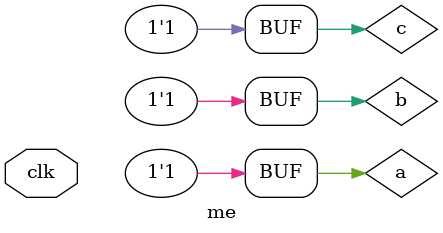
<source format=v>
module me(clk);
input clk;
reg a,b,c;
initial begin
    a=1'b0;
    b=1'b0;
    c=1'b0;
end
always@(clk)begin
    c=1'b1;
    a<=c;
    b=c;
    $display(a,b,c);
end
endmodule
</source>
